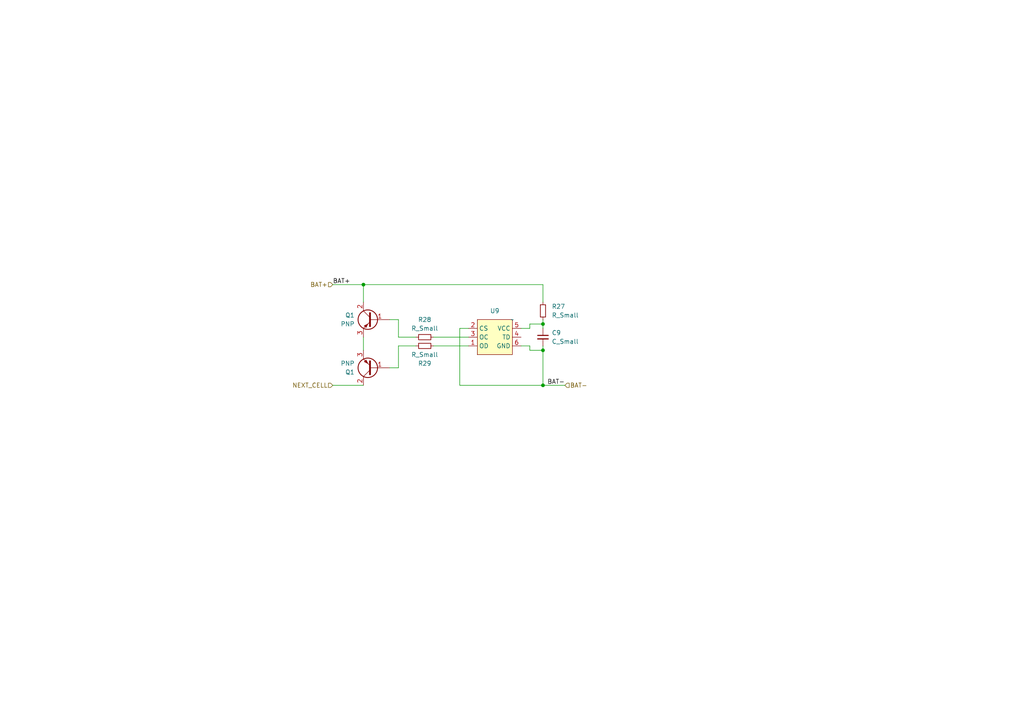
<source format=kicad_sch>
(kicad_sch (version 20230121) (generator eeschema)
  (paper "A4")
  (lib_symbols
    (symbol "Battery-management:DW01"
      (property "Reference" "U" (at 0 6.35 0))
      (symbol "DW01_1_1"
        (rectangle (start -5.08 5.08) (end 5.08 -5.08) (fill (type background)))
        (pin output line (at 7.62 -2.54 180) (length 2.54) (name "OD") (number "1"))
        (pin input line (at 7.62 2.54 180) (length 2.54) (name "CS") (number "2"))
        (pin output line (at 7.62 0 180) (length 2.54) (name "OC") (number "3"))
        (pin input line (at -7.62 0 0) (length 2.54) (name "TD") (number "4"))
        (pin power_in line (at -7.62 2.54 0) (length 2.54) (name "VCC") (number "5"))
        (pin power_in line (at -7.62 -2.54 0) (length 2.54) (name "GND") (number "6"))
      )
    )
    (symbol "Device:C_Small" (pin_numbers hide) (pin_names (offset 0.254) hide)
      (property "Reference" "C" (at 0.254 1.778 0))
      (property "Value" "C_Small" (at 0.254 -2.032 0))
      (symbol "C_Small_0_1"
        (polyline (pts (xy -1.524 -0.508) (xy 1.524 -0.508)) (stroke (width 0.3302)))
        (polyline (pts (xy -1.524 0.508) (xy 1.524 0.508)) (stroke (width 0.3048)))
      )
      (symbol "C_Small_1_1"
        (pin passive line (at 0 2.54 270) (length 2.032) (name "~") (number "1"))
        (pin passive line (at 0 -2.54 90) (length 2.032) (name "~") (number "2"))
      )
    )
    (symbol "Device:Q_PNP_BCE" (pin_names (offset 0) hide)
      (property "Reference" "Q" (at 5.08 1.27 0))
      (property "Value" "Q_PNP_BCE" (at 5.08 -1.27 0))
      (symbol "Q_PNP_BCE_0_1"
        (polyline (pts (xy 0.635 0.635) (xy 2.54 2.54)))
        (polyline (pts (xy 0.635 -0.635) (xy 2.54 -2.54) (xy 2.54 -2.54)))
        (polyline (pts (xy 0.635 1.905) (xy 0.635 -1.905) (xy 0.635 -1.905)) (stroke (width 0.508)))
        (polyline (pts (xy 2.286 -1.778) (xy 1.778 -2.286) (xy 1.27 -1.27) (xy 2.286 -1.778) (xy 2.286 -1.778)) (fill (type outline)))
        (circle (center 1.27 0) (radius 2.8194) (stroke (width 0.254)))
      )
      (symbol "Q_PNP_BCE_1_1"
        (pin input line (at -5.08 0 0) (length 5.715) (name "B") (number "1"))
        (pin passive line (at 2.54 5.08 270) (length 2.54) (name "C") (number "2"))
        (pin passive line (at 2.54 -5.08 90) (length 2.54) (name "E") (number "3"))
      )
    )
    (symbol "Device:R_Small" (pin_numbers hide) (pin_names (offset 0.254) hide)
      (property "Reference" "R" (at 0.762 0.508 0))
      (property "Value" "R_Small" (at 0.762 -1.016 0))
      (symbol "R_Small_0_1"
        (rectangle (start -0.762 1.778) (end 0.762 -1.778) (stroke (width 0.2032)))
      )
      (symbol "R_Small_1_1"
        (pin passive line (at 0 2.54 270) (length 0.762) (name "~") (number "1"))
        (pin passive line (at 0 -2.54 90) (length 0.762) (name "~") (number "2"))
      )
    )
  )
  (junction (at 157.48 111.76))
  (junction (at 157.48 93.98))
  (junction (at 157.48 101.6))
  (junction (at 105.41 82.55))
  (wire (pts (xy 157.48 93.98) (xy 157.48 95.25)))
  (wire (pts (xy 157.48 101.6) (xy 157.48 100.33)))
  (wire (pts (xy 115.57 97.79) (xy 120.65 97.79)))
  (wire (pts (xy 105.41 101.6) (xy 105.41 97.79)))
  (wire (pts (xy 153.67 93.98) (xy 157.48 93.98)))
  (wire (pts (xy 133.35 111.76) (xy 157.48 111.76)))
  (wire (pts (xy 133.35 95.25) (xy 133.35 111.76)))
  (wire (pts (xy 135.89 95.25) (xy 133.35 95.25)))
  (wire (pts (xy 96.52 82.55) (xy 105.41 82.55)))
  (wire (pts (xy 105.41 87.63) (xy 105.41 82.55)))
  (wire (pts (xy 115.57 106.68) (xy 115.57 100.33)))
  (wire (pts (xy 113.03 106.68) (xy 115.57 106.68)))
  (wire (pts (xy 151.13 95.25) (xy 153.67 95.25)))
  (wire (pts (xy 153.67 100.33) (xy 153.67 101.6)))
  (wire (pts (xy 153.67 95.25) (xy 153.67 93.98)))
  (wire (pts (xy 113.03 92.71) (xy 115.57 92.71)))
  (wire (pts (xy 96.52 111.76) (xy 105.41 111.76)))
  (wire (pts (xy 151.13 100.33) (xy 153.67 100.33)))
  (wire (pts (xy 157.48 92.71) (xy 157.48 93.98)))
  (wire (pts (xy 125.73 97.79) (xy 135.89 97.79)))
  (wire (pts (xy 115.57 100.33) (xy 120.65 100.33)))
  (wire (pts (xy 115.57 92.71) (xy 115.57 97.79)))
  (wire (pts (xy 157.48 82.55) (xy 157.48 87.63)))
  (wire (pts (xy 125.73 100.33) (xy 135.89 100.33)))
  (wire (pts (xy 153.67 101.6) (xy 157.48 101.6)))
  (wire (pts (xy 157.48 111.76) (xy 157.48 101.6)))
  (wire (pts (xy 157.48 111.76) (xy 163.83 111.76)))
  (wire (pts (xy 105.41 82.55) (xy 157.48 82.55)))
  (label "BAT+" (at 96.52 82.55 0))
  (label "BAT-" (at 163.83 111.76 180))
  (hierarchical_label "BAT-" (shape input) (at 163.83 111.76 0))
  (hierarchical_label "BAT+" (shape input) (at 96.52 82.55 180))
  (hierarchical_label "NEXT_CELL" (shape input) (at 96.52 111.76 180))
  (symbol (lib_id "Device:R_Small") (at 123.19 100.33 90) (mirror x) (unit 1)
    (property "Reference" "R29" (at 123.19 105.41 90))
    (property "Value" "R_Small" (at 123.19 102.87 90))
    (instances (project "bms-balanced" (path "" (reference "R29") (unit 1)) (path "" (reference "R33") (unit 1)) (path "" (reference "R43") (unit 1)) (path "" (reference "R38") (unit 1))))
  )
  (symbol (lib_id "Device:Q_PNP_BCE") (at 107.95 92.71 0) (mirror y) (unit 1)
    (property "Reference" "Q1" (at 102.87 91.44 0) (effects (justify left)))
    (property "Value" "PNP" (at 102.87 93.98 0) (effects (justify left)))
    (instances (project "bms-balanced" (path "" (reference "Q1") (unit 1)) (path "" (reference "Q13") (unit 1)) (path "" (reference "Q16") (unit 1)) (path "" (reference "Q22") (unit 1)) (path "" (reference "Q19") (unit 1))))
  )
  (symbol (lib_id "Device:Q_PNP_BCE") (at 107.95 106.68 180) (unit 1)
    (property "Reference" "Q1" (at 102.87 107.95 0) (effects (justify left)))
    (property "Value" "PNP" (at 102.87 105.41 0) (effects (justify left)))
    (instances (project "bms-balanced" (path "" (reference "Q1") (unit 1)) (path "" (reference "Q14") (unit 1)) (path "" (reference "Q17") (unit 1)) (path "" (reference "Q23") (unit 1)) (path "" (reference "Q20") (unit 1))))
  )
  (symbol (lib_id "Device:R_Small") (at 123.19 97.79 90) (unit 1)
    (property "Reference" "R28" (at 123.19 92.71 90))
    (property "Value" "R_Small" (at 123.19 95.25 90))
    (instances (project "bms-balanced" (path "" (reference "R28") (unit 1)) (path "" (reference "R32") (unit 1)) (path "" (reference "R42") (unit 1)) (path "" (reference "R37") (unit 1))))
  )
  (symbol (lib_id "Device:R_Small") (at 157.48 90.17 0) (unit 1)
    (property "Reference" "R27" (at 160.02 88.9 0) (effects (justify left)))
    (property "Value" "R_Small" (at 160.02 91.44 0) (effects (justify left)))
    (instances (project "bms-balanced" (path "" (reference "R27") (unit 1)) (path "" (reference "R34") (unit 1)) (path "" (reference "R44") (unit 1)) (path "" (reference "R39") (unit 1))))
  )
  (symbol (lib_id "Device:C_Small") (at 157.48 97.79 0) (unit 1)
    (property "Reference" "C9" (at 160.02 96.5263 0) (effects (justify left)))
    (property "Value" "C_Small" (at 160.02 99.0663 0) (effects (justify left)))
    (instances (project "bms-balanced" (path "" (reference "C9") (unit 1)) (path "" (reference "C11") (unit 1)) (path "" (reference "C15") (unit 1)) (path "" (reference "C13") (unit 1))))
  )
  (symbol (lib_id "Battery-management:DW01") (at 143.51 97.79 0) (mirror y) (unit 1)
    (property "Reference" "U9" (at 143.51 90.17 0))
    (property "Value" "~" (at 148.59 92.71 0))
    (instances (project "bms-balanced" (path "" (reference "U9") (unit 1)) (path "" (reference "U11") (unit 1)) (path "" (reference "U15") (unit 1)) (path "" (reference "U13") (unit 1))))
  )
)
</source>
